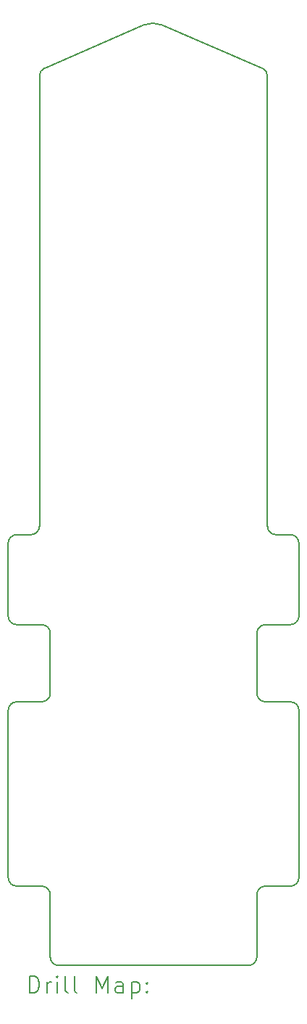
<source format=gbr>
%TF.GenerationSoftware,KiCad,Pcbnew,7.0.6-0*%
%TF.CreationDate,2024-06-29T09:33:56-07:00*%
%TF.ProjectId,s3,73332e6b-6963-4616-945f-706362585858,rev?*%
%TF.SameCoordinates,Original*%
%TF.FileFunction,Drillmap*%
%TF.FilePolarity,Positive*%
%FSLAX45Y45*%
G04 Gerber Fmt 4.5, Leading zero omitted, Abs format (unit mm)*
G04 Created by KiCad (PCBNEW 7.0.6-0) date 2024-06-29 09:33:56*
%MOMM*%
%LPD*%
G01*
G04 APERTURE LIST*
%ADD10C,0.200000*%
G04 APERTURE END LIST*
D10*
X19747804Y-15147808D02*
G75*
G03*
X19847799Y-15247812I100001J-3D01*
G01*
X22063742Y-15247901D02*
X19847799Y-15247812D01*
X19682055Y-4777463D02*
G75*
G03*
X19621998Y-4869133I39930J-91668D01*
G01*
X22288003Y-6489058D02*
X22287928Y-9588056D01*
X22287928Y-9588056D02*
X22287906Y-10121891D01*
X22287911Y-10121891D02*
G75*
G03*
X22387902Y-10221895I99994J-10D01*
G01*
X19747945Y-11595801D02*
X19747931Y-11371791D01*
X22387902Y-10221895D02*
X22555925Y-10221902D01*
X22655921Y-10321906D02*
X22655886Y-11171908D01*
X19682053Y-4777460D02*
X20826897Y-4278631D01*
X22555882Y-11271903D02*
G75*
G03*
X22655886Y-11171908I2J100002D01*
G01*
X21065208Y-4278041D02*
G75*
G03*
X20826897Y-4278631I-118473J-275600D01*
G01*
X22263901Y-11271894D02*
G75*
G03*
X22163897Y-11371888I-7J-99997D01*
G01*
X19747928Y-11371791D02*
G75*
G03*
X19647925Y-11271797I-99994J0D01*
G01*
X19747926Y-12071824D02*
X19747945Y-11595801D01*
X19255938Y-11171822D02*
X19255885Y-10321819D01*
X22288043Y-4869554D02*
G75*
G03*
X22227534Y-4777680I-99998J3D01*
G01*
X19647836Y-14321820D02*
X19355855Y-14321808D01*
X21065207Y-4278043D02*
X22227534Y-4777680D01*
X19747826Y-14421824D02*
G75*
G03*
X19647836Y-14321820I-99991J13D01*
G01*
X19355879Y-10221813D02*
X19521923Y-10221803D01*
X19521923Y-10221803D02*
G75*
G03*
X19621916Y-10121797I-8J100002D01*
G01*
X22288042Y-4869554D02*
X22288003Y-6489058D01*
X22263779Y-14321931D02*
G75*
G03*
X22163775Y-14421921I-15J-99990D01*
G01*
X19621916Y-10121797D02*
X19621883Y-9587992D01*
X19255859Y-14221804D02*
X19255937Y-12271804D01*
X19355879Y-10221812D02*
G75*
G03*
X19255885Y-10321819I6J-99999D01*
G01*
X19255857Y-14221804D02*
G75*
G03*
X19355855Y-14321808I99997J-7D01*
G01*
X19355941Y-12171804D02*
G75*
G03*
X19255937Y-12271804I3J-100007D01*
G01*
X22655914Y-10321906D02*
G75*
G03*
X22555925Y-10221902I-99989J15D01*
G01*
X19621883Y-9587992D02*
X19621998Y-4869133D01*
X22655839Y-12271940D02*
G75*
G03*
X22555846Y-12171936I-99995J9D01*
G01*
X22163775Y-14421921D02*
X22163746Y-15147905D01*
X19255930Y-11171822D02*
G75*
G03*
X19355944Y-11271816I99995J1D01*
G01*
X22063742Y-15247902D02*
G75*
G03*
X22163746Y-15147905I3J100001D01*
G01*
X22263865Y-12171925D02*
X22555846Y-12171936D01*
X22555760Y-14321930D02*
G75*
G03*
X22655764Y-14221940I15J99990D01*
G01*
X19647922Y-12171813D02*
G75*
G03*
X19747926Y-12071824I12J99992D01*
G01*
X19647925Y-11271797D02*
X19355944Y-11271816D01*
X19747803Y-15147808D02*
X19747832Y-14421824D01*
X22163897Y-11371888D02*
X22163869Y-12071921D01*
X19355941Y-12171808D02*
X19647922Y-12171820D01*
X22655842Y-12271940D02*
X22655764Y-14221940D01*
X22555882Y-11271904D02*
X22263901Y-11271892D01*
X22555760Y-14321936D02*
X22263779Y-14321925D01*
X22163861Y-12071921D02*
G75*
G03*
X22263865Y-12171925I99994J-10D01*
G01*
X19506634Y-15569386D02*
X19506634Y-15369386D01*
X19506634Y-15369386D02*
X19554253Y-15369386D01*
X19554253Y-15369386D02*
X19582825Y-15378910D01*
X19582825Y-15378910D02*
X19601872Y-15397957D01*
X19601872Y-15397957D02*
X19611396Y-15417005D01*
X19611396Y-15417005D02*
X19620920Y-15455100D01*
X19620920Y-15455100D02*
X19620920Y-15483672D01*
X19620920Y-15483672D02*
X19611396Y-15521767D01*
X19611396Y-15521767D02*
X19601872Y-15540815D01*
X19601872Y-15540815D02*
X19582825Y-15559862D01*
X19582825Y-15559862D02*
X19554253Y-15569386D01*
X19554253Y-15569386D02*
X19506634Y-15569386D01*
X19706634Y-15569386D02*
X19706634Y-15436053D01*
X19706634Y-15474148D02*
X19716158Y-15455100D01*
X19716158Y-15455100D02*
X19725682Y-15445576D01*
X19725682Y-15445576D02*
X19744729Y-15436053D01*
X19744729Y-15436053D02*
X19763777Y-15436053D01*
X19830444Y-15569386D02*
X19830444Y-15436053D01*
X19830444Y-15369386D02*
X19820920Y-15378910D01*
X19820920Y-15378910D02*
X19830444Y-15388434D01*
X19830444Y-15388434D02*
X19839968Y-15378910D01*
X19839968Y-15378910D02*
X19830444Y-15369386D01*
X19830444Y-15369386D02*
X19830444Y-15388434D01*
X19954253Y-15569386D02*
X19935206Y-15559862D01*
X19935206Y-15559862D02*
X19925682Y-15540815D01*
X19925682Y-15540815D02*
X19925682Y-15369386D01*
X20059015Y-15569386D02*
X20039968Y-15559862D01*
X20039968Y-15559862D02*
X20030444Y-15540815D01*
X20030444Y-15540815D02*
X20030444Y-15369386D01*
X20287587Y-15569386D02*
X20287587Y-15369386D01*
X20287587Y-15369386D02*
X20354253Y-15512243D01*
X20354253Y-15512243D02*
X20420920Y-15369386D01*
X20420920Y-15369386D02*
X20420920Y-15569386D01*
X20601872Y-15569386D02*
X20601872Y-15464624D01*
X20601872Y-15464624D02*
X20592349Y-15445576D01*
X20592349Y-15445576D02*
X20573301Y-15436053D01*
X20573301Y-15436053D02*
X20535206Y-15436053D01*
X20535206Y-15436053D02*
X20516158Y-15445576D01*
X20601872Y-15559862D02*
X20582825Y-15569386D01*
X20582825Y-15569386D02*
X20535206Y-15569386D01*
X20535206Y-15569386D02*
X20516158Y-15559862D01*
X20516158Y-15559862D02*
X20506634Y-15540815D01*
X20506634Y-15540815D02*
X20506634Y-15521767D01*
X20506634Y-15521767D02*
X20516158Y-15502719D01*
X20516158Y-15502719D02*
X20535206Y-15493196D01*
X20535206Y-15493196D02*
X20582825Y-15493196D01*
X20582825Y-15493196D02*
X20601872Y-15483672D01*
X20697110Y-15436053D02*
X20697110Y-15636053D01*
X20697110Y-15445576D02*
X20716158Y-15436053D01*
X20716158Y-15436053D02*
X20754253Y-15436053D01*
X20754253Y-15436053D02*
X20773301Y-15445576D01*
X20773301Y-15445576D02*
X20782825Y-15455100D01*
X20782825Y-15455100D02*
X20792349Y-15474148D01*
X20792349Y-15474148D02*
X20792349Y-15531291D01*
X20792349Y-15531291D02*
X20782825Y-15550338D01*
X20782825Y-15550338D02*
X20773301Y-15559862D01*
X20773301Y-15559862D02*
X20754253Y-15569386D01*
X20754253Y-15569386D02*
X20716158Y-15569386D01*
X20716158Y-15569386D02*
X20697110Y-15559862D01*
X20878063Y-15550338D02*
X20887587Y-15559862D01*
X20887587Y-15559862D02*
X20878063Y-15569386D01*
X20878063Y-15569386D02*
X20868539Y-15559862D01*
X20868539Y-15559862D02*
X20878063Y-15550338D01*
X20878063Y-15550338D02*
X20878063Y-15569386D01*
X20878063Y-15445576D02*
X20887587Y-15455100D01*
X20887587Y-15455100D02*
X20878063Y-15464624D01*
X20878063Y-15464624D02*
X20868539Y-15455100D01*
X20868539Y-15455100D02*
X20878063Y-15445576D01*
X20878063Y-15445576D02*
X20878063Y-15464624D01*
M02*

</source>
